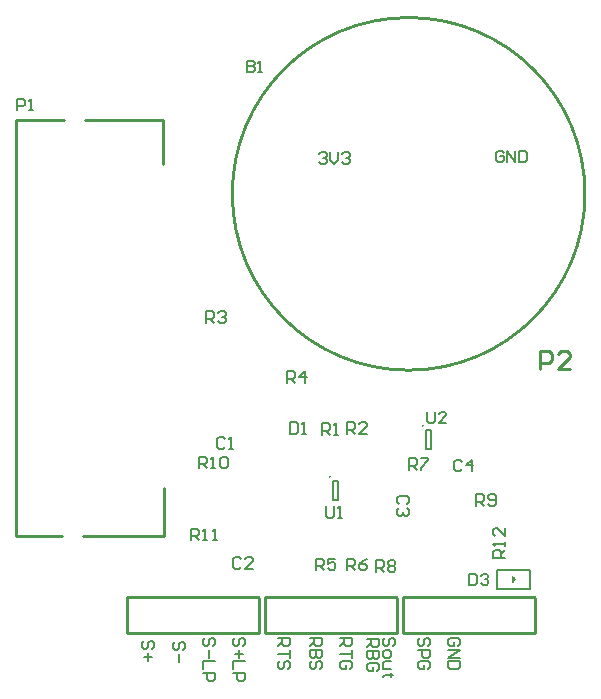
<source format=gto>
G04 Layer_Color=65535*
%FSLAX44Y44*%
%MOMM*%
G71*
G01*
G75*
%ADD30C,0.1778*%
%ADD31C,0.2540*%
%ADD32C,0.2000*%
%ADD33C,0.1000*%
D30*
X608914Y489270D02*
G03*
X608914Y489270I-254J0D01*
G01*
X530174Y446090D02*
G03*
X530174Y446090I-254J0D01*
G01*
D31*
X746043Y685800D02*
G03*
X746043Y685800I-149283J0D01*
G01*
X358520Y313680D02*
X470020D01*
Y343930D01*
X469520Y344430D02*
X470020Y343930D01*
X358520Y344430D02*
X469520D01*
X358520Y313680D02*
Y344430D01*
X475360Y313680D02*
X586860D01*
Y343930D01*
X586360Y344430D02*
X586860Y343930D01*
X475360Y344430D02*
X586360D01*
X475360Y313680D02*
Y344430D01*
X592200Y313680D02*
X703700D01*
Y343930D01*
X703200Y344430D02*
X703700Y343930D01*
X592200Y344430D02*
X703200D01*
X592200Y313680D02*
Y344430D01*
X389890Y396240D02*
Y436880D01*
X321310Y396240D02*
X389890D01*
X264160Y748030D02*
X304800D01*
X322580D02*
X388620D01*
Y711200D02*
Y748030D01*
X264160Y398780D02*
Y748030D01*
Y396240D02*
Y398780D01*
Y396240D02*
X303530D01*
X708152Y537210D02*
Y552445D01*
X715770D01*
X718309Y549906D01*
Y544827D01*
X715770Y542288D01*
X708152D01*
X733544Y537210D02*
X723387D01*
X733544Y547367D01*
Y549906D01*
X731005Y552445D01*
X725926D01*
X723387Y549906D01*
D32*
X611160Y485520D02*
X615660D01*
X611160Y469520D02*
X615660D01*
Y485520D01*
X611160Y469520D02*
Y485520D01*
X532420Y442340D02*
X536920D01*
X532420Y426340D02*
X536920D01*
Y442340D01*
X532420Y426340D02*
Y442340D01*
X671650Y351380D02*
Y367380D01*
Y351380D02*
X699650D01*
Y367380D01*
X671650D02*
X699650D01*
X412750Y392430D02*
Y402427D01*
X417748D01*
X419414Y400761D01*
Y397428D01*
X417748Y395762D01*
X412750D01*
X416082D02*
X419414Y392430D01*
X422747D02*
X426079D01*
X424413D01*
Y402427D01*
X422747Y400761D01*
X431077Y392430D02*
X434410D01*
X432744D01*
Y402427D01*
X431077Y400761D01*
X678180Y377810D02*
X668183D01*
Y382808D01*
X669849Y384474D01*
X673182D01*
X674848Y382808D01*
Y377810D01*
Y381142D02*
X678180Y384474D01*
Y387807D02*
Y391139D01*
Y389473D01*
X668183D01*
X669849Y387807D01*
X678180Y402802D02*
Y396137D01*
X671516Y402802D01*
X669849D01*
X668183Y401136D01*
Y397803D01*
X669849Y396137D01*
X647700Y364327D02*
Y354330D01*
X652698D01*
X654364Y355996D01*
Y362661D01*
X652698Y364327D01*
X647700D01*
X657697Y362661D02*
X659363Y364327D01*
X662695D01*
X664361Y362661D01*
Y360994D01*
X662695Y359328D01*
X661029D01*
X662695D01*
X664361Y357662D01*
Y355996D01*
X662695Y354330D01*
X659363D01*
X657697Y355996D01*
X264984Y756452D02*
Y766449D01*
X269982D01*
X271649Y764783D01*
Y761450D01*
X269982Y759784D01*
X264984D01*
X274981Y756452D02*
X278313D01*
X276647D01*
Y766449D01*
X274981Y764783D01*
X612140Y501487D02*
Y493156D01*
X613806Y491490D01*
X617138D01*
X618805Y493156D01*
Y501487D01*
X628801Y491490D02*
X622137D01*
X628801Y498154D01*
Y499821D01*
X627135Y501487D01*
X623803D01*
X622137Y499821D01*
X527050Y421477D02*
Y413146D01*
X528716Y411480D01*
X532048D01*
X533714Y413146D01*
Y421477D01*
X537047Y411480D02*
X540379D01*
X538713D01*
Y421477D01*
X537047Y419811D01*
X419100Y453390D02*
Y463387D01*
X424098D01*
X425765Y461721D01*
Y458388D01*
X424098Y456722D01*
X419100D01*
X422432D02*
X425765Y453390D01*
X429097D02*
X432429D01*
X430763D01*
Y463387D01*
X429097Y461721D01*
X437427D02*
X439094Y463387D01*
X442426D01*
X444092Y461721D01*
Y455056D01*
X442426Y453390D01*
X439094D01*
X437427Y455056D01*
Y461721D01*
X654050Y421640D02*
Y431637D01*
X659048D01*
X660714Y429971D01*
Y426638D01*
X659048Y424972D01*
X654050D01*
X657382D02*
X660714Y421640D01*
X664047Y423306D02*
X665713Y421640D01*
X669045D01*
X670711Y423306D01*
Y429971D01*
X669045Y431637D01*
X665713D01*
X664047Y429971D01*
Y428304D01*
X665713Y426638D01*
X670711D01*
X568960Y365760D02*
Y375757D01*
X573958D01*
X575625Y374091D01*
Y370758D01*
X573958Y369092D01*
X568960D01*
X572292D02*
X575625Y365760D01*
X578957Y374091D02*
X580623Y375757D01*
X583955D01*
X585621Y374091D01*
Y372425D01*
X583955Y370758D01*
X585621Y369092D01*
Y367426D01*
X583955Y365760D01*
X580623D01*
X578957Y367426D01*
Y369092D01*
X580623Y370758D01*
X578957Y372425D01*
Y374091D01*
X580623Y370758D02*
X583955D01*
X596900Y452120D02*
Y462117D01*
X601898D01*
X603564Y460451D01*
Y457118D01*
X601898Y455452D01*
X596900D01*
X600232D02*
X603564Y452120D01*
X606897Y462117D02*
X613561D01*
Y460451D01*
X606897Y453786D01*
Y452120D01*
X544830Y367030D02*
Y377027D01*
X549828D01*
X551494Y375361D01*
Y372028D01*
X549828Y370362D01*
X544830D01*
X548162D02*
X551494Y367030D01*
X561491Y377027D02*
X558159Y375361D01*
X554827Y372028D01*
Y368696D01*
X556493Y367030D01*
X559825D01*
X561491Y368696D01*
Y370362D01*
X559825Y372028D01*
X554827D01*
X518160Y367030D02*
Y377027D01*
X523158D01*
X524824Y375361D01*
Y372028D01*
X523158Y370362D01*
X518160D01*
X521492D02*
X524824Y367030D01*
X534821Y377027D02*
X528157D01*
Y372028D01*
X531489Y373694D01*
X533155D01*
X534821Y372028D01*
Y368696D01*
X533155Y367030D01*
X529823D01*
X528157Y368696D01*
X494030Y525780D02*
Y535777D01*
X499028D01*
X500695Y534111D01*
Y530778D01*
X499028Y529112D01*
X494030D01*
X497362D02*
X500695Y525780D01*
X509025D02*
Y535777D01*
X504027Y530778D01*
X510691D01*
X425196Y576580D02*
Y586577D01*
X430194D01*
X431861Y584911D01*
Y581578D01*
X430194Y579912D01*
X425196D01*
X428528D02*
X431861Y576580D01*
X435193Y584911D02*
X436859Y586577D01*
X440191D01*
X441857Y584911D01*
Y583245D01*
X440191Y581578D01*
X438525D01*
X440191D01*
X441857Y579912D01*
Y578246D01*
X440191Y576580D01*
X436859D01*
X435193Y578246D01*
X544830Y482600D02*
Y492597D01*
X549828D01*
X551494Y490931D01*
Y487598D01*
X549828Y485932D01*
X544830D01*
X548162D02*
X551494Y482600D01*
X561491D02*
X554827D01*
X561491Y489264D01*
Y490931D01*
X559825Y492597D01*
X556493D01*
X554827Y490931D01*
X523240Y481950D02*
Y491947D01*
X528238D01*
X529905Y490281D01*
Y486948D01*
X528238Y485282D01*
X523240D01*
X526572D02*
X529905Y481950D01*
X533237D02*
X536569D01*
X534903D01*
Y491947D01*
X533237Y490281D01*
X496570Y492597D02*
Y482600D01*
X501568D01*
X503234Y484266D01*
Y490931D01*
X501568Y492597D01*
X496570D01*
X506567Y482600D02*
X509899D01*
X508233D01*
Y492597D01*
X506567Y490931D01*
X641665Y459181D02*
X639998Y460847D01*
X636666D01*
X635000Y459181D01*
Y452516D01*
X636666Y450850D01*
X639998D01*
X641665Y452516D01*
X649995Y450850D02*
Y460847D01*
X644997Y455848D01*
X651661D01*
X595071Y423215D02*
X596737Y424882D01*
Y428214D01*
X595071Y429880D01*
X588406D01*
X586740Y428214D01*
Y424882D01*
X588406Y423215D01*
X595071Y419883D02*
X596737Y418217D01*
Y414885D01*
X595071Y413219D01*
X593405D01*
X591738Y414885D01*
Y416551D01*
Y414885D01*
X590072Y413219D01*
X588406D01*
X586740Y414885D01*
Y418217D01*
X588406Y419883D01*
X454975Y376631D02*
X453308Y378297D01*
X449976D01*
X448310Y376631D01*
Y369966D01*
X449976Y368300D01*
X453308D01*
X454975Y369966D01*
X464971Y368300D02*
X458307D01*
X464971Y374964D01*
Y376631D01*
X463305Y378297D01*
X459973D01*
X458307Y376631D01*
X441004Y478231D02*
X439338Y479897D01*
X436006D01*
X434340Y478231D01*
Y471566D01*
X436006Y469900D01*
X439338D01*
X441004Y471566D01*
X444337Y469900D02*
X447669D01*
X446003D01*
Y479897D01*
X444337Y478231D01*
X459600Y798667D02*
Y788670D01*
X464598D01*
X466264Y790336D01*
Y792002D01*
X464598Y793668D01*
X459600D01*
X464598D01*
X466264Y795334D01*
Y797001D01*
X464598Y798667D01*
X459600D01*
X469597Y788670D02*
X472929D01*
X471263D01*
Y798667D01*
X469597Y797001D01*
X583641Y303216D02*
X585307Y304882D01*
Y308214D01*
X583641Y309880D01*
X581974D01*
X580308Y308214D01*
Y304882D01*
X578642Y303216D01*
X576976D01*
X575310Y304882D01*
Y308214D01*
X576976Y309880D01*
X575310Y298217D02*
Y294885D01*
X576976Y293219D01*
X580308D01*
X581974Y294885D01*
Y298217D01*
X580308Y299883D01*
X576976D01*
X575310Y298217D01*
X581974Y289886D02*
X576976D01*
X575310Y288220D01*
Y283222D01*
X581974D01*
X583641Y278223D02*
X581974D01*
Y279890D01*
Y276557D01*
Y278223D01*
X576976D01*
X575310Y276557D01*
X612851Y303216D02*
X614517Y304882D01*
Y308214D01*
X612851Y309880D01*
X611185D01*
X609518Y308214D01*
Y304882D01*
X607852Y303216D01*
X606186D01*
X604520Y304882D01*
Y308214D01*
X606186Y309880D01*
X604520Y299883D02*
X614517D01*
Y294885D01*
X612851Y293219D01*
X609518D01*
X607852Y294885D01*
Y299883D01*
X612851Y283222D02*
X614517Y284888D01*
Y288220D01*
X612851Y289886D01*
X606186D01*
X604520Y288220D01*
Y284888D01*
X606186Y283222D01*
X609518D01*
Y286554D01*
X456641Y303216D02*
X458307Y304882D01*
Y308214D01*
X456641Y309880D01*
X454975D01*
X453308Y308214D01*
Y304882D01*
X451642Y303216D01*
X449976D01*
X448310Y304882D01*
Y308214D01*
X449976Y309880D01*
X453308Y299883D02*
Y293219D01*
X456641Y296551D02*
X449976D01*
X458307Y289886D02*
X448310D01*
Y283222D01*
Y279890D02*
X458307D01*
Y274891D01*
X456641Y273225D01*
X453308D01*
X451642Y274891D01*
Y279890D01*
X431241Y303216D02*
X432907Y304882D01*
Y308214D01*
X431241Y309880D01*
X429575D01*
X427908Y308214D01*
Y304882D01*
X426242Y303216D01*
X424576D01*
X422910Y304882D01*
Y308214D01*
X424576Y309880D01*
X427908Y299883D02*
Y293219D01*
X432907Y289886D02*
X422910D01*
Y283222D01*
Y279890D02*
X432907D01*
Y274891D01*
X431241Y273225D01*
X427908D01*
X426242Y274891D01*
Y279890D01*
X405841Y299405D02*
X407507Y301072D01*
Y304404D01*
X405841Y306070D01*
X404174D01*
X402508Y304404D01*
Y301072D01*
X400842Y299405D01*
X399176D01*
X397510Y301072D01*
Y304404D01*
X399176Y306070D01*
X402508Y296073D02*
Y289409D01*
X379171Y300676D02*
X380837Y302342D01*
Y305674D01*
X379171Y307340D01*
X377505D01*
X375838Y305674D01*
Y302342D01*
X374172Y300676D01*
X372506D01*
X370840Y302342D01*
Y305674D01*
X372506Y307340D01*
X375838Y297343D02*
Y290679D01*
X379171Y294011D02*
X372506D01*
X561340Y308610D02*
X571337D01*
Y303612D01*
X569671Y301945D01*
X566338D01*
X564672Y303612D01*
Y308610D01*
Y305278D02*
X561340Y301945D01*
X571337Y298613D02*
X561340D01*
Y293615D01*
X563006Y291949D01*
X564672D01*
X566338Y293615D01*
Y298613D01*
Y293615D01*
X568004Y291949D01*
X569671D01*
X571337Y293615D01*
Y298613D01*
X569671Y281952D02*
X571337Y283618D01*
Y286950D01*
X569671Y288616D01*
X563006D01*
X561340Y286950D01*
Y283618D01*
X563006Y281952D01*
X566338D01*
Y285284D01*
X538480Y309880D02*
X548477D01*
Y304882D01*
X546811Y303216D01*
X543478D01*
X541812Y304882D01*
Y309880D01*
Y306548D02*
X538480Y303216D01*
X548477Y299883D02*
Y293219D01*
Y296551D01*
X538480D01*
X546811Y283222D02*
X548477Y284888D01*
Y288220D01*
X546811Y289886D01*
X540146D01*
X538480Y288220D01*
Y284888D01*
X540146Y283222D01*
X543478D01*
Y286554D01*
X486410Y309880D02*
X496407D01*
Y304882D01*
X494741Y303216D01*
X491408D01*
X489742Y304882D01*
Y309880D01*
Y306548D02*
X486410Y303216D01*
X496407Y299883D02*
Y293219D01*
Y296551D01*
X486410D01*
X494741Y283222D02*
X496407Y284888D01*
Y288220D01*
X494741Y289886D01*
X493074D01*
X491408Y288220D01*
Y284888D01*
X489742Y283222D01*
X488076D01*
X486410Y284888D01*
Y288220D01*
X488076Y289886D01*
X513080Y309880D02*
X523077D01*
Y304882D01*
X521411Y303216D01*
X518078D01*
X516412Y304882D01*
Y309880D01*
Y306548D02*
X513080Y303216D01*
X523077Y299883D02*
X513080D01*
Y294885D01*
X514746Y293219D01*
X516412D01*
X518078Y294885D01*
Y299883D01*
Y294885D01*
X519744Y293219D01*
X521411D01*
X523077Y294885D01*
Y299883D01*
X521411Y283222D02*
X523077Y284888D01*
Y288220D01*
X521411Y289886D01*
X519744D01*
X518078Y288220D01*
Y284888D01*
X516412Y283222D01*
X514746D01*
X513080Y284888D01*
Y288220D01*
X514746Y289886D01*
X638251Y303216D02*
X639917Y304882D01*
Y308214D01*
X638251Y309880D01*
X631586D01*
X629920Y308214D01*
Y304882D01*
X631586Y303216D01*
X634918D01*
Y306548D01*
X629920Y299883D02*
X639917D01*
X629920Y293219D01*
X639917D01*
Y289886D02*
X629920D01*
Y284888D01*
X631586Y283222D01*
X638251D01*
X639917Y284888D01*
Y289886D01*
X520560Y719531D02*
X522226Y721197D01*
X525558D01*
X527225Y719531D01*
Y717865D01*
X525558Y716198D01*
X523892D01*
X525558D01*
X527225Y714532D01*
Y712866D01*
X525558Y711200D01*
X522226D01*
X520560Y712866D01*
X530557Y721197D02*
Y714532D01*
X533889Y711200D01*
X537221Y714532D01*
Y721197D01*
X540554Y719531D02*
X542220Y721197D01*
X545552D01*
X547218Y719531D01*
Y717865D01*
X545552Y716198D01*
X543886D01*
X545552D01*
X547218Y714532D01*
Y712866D01*
X545552Y711200D01*
X542220D01*
X540554Y712866D01*
X677085Y720801D02*
X675418Y722467D01*
X672086D01*
X670420Y720801D01*
Y714136D01*
X672086Y712470D01*
X675418D01*
X677085Y714136D01*
Y717468D01*
X673752D01*
X680417Y712470D02*
Y722467D01*
X687081Y712470D01*
Y722467D01*
X690414D02*
Y712470D01*
X695412D01*
X697078Y714136D01*
Y720801D01*
X695412Y722467D01*
X690414D01*
D33*
X684275Y358255D02*
X685025Y357505D01*
X684275Y358255D02*
Y360568D01*
X684837Y361130D01*
X685650D01*
X685088Y360568D02*
X685650Y361130D01*
X684275Y360568D02*
X685088D01*
X684275D02*
X686025Y358817D01*
Y358505D02*
Y358817D01*
X685869Y358661D02*
X686025Y358505D01*
X684275Y358661D02*
X685869D01*
X684275D02*
X685650Y360036D01*
Y361130D01*
X686025Y360755D01*
Y358505D02*
Y360755D01*
X684275Y360255D02*
X686025Y358505D01*
X684275Y360255D02*
Y362505D01*
X687025Y359755D01*
Y359505D02*
Y359755D01*
X684275Y356755D02*
X687025Y359505D01*
X684275Y356755D02*
Y360568D01*
Y362505D01*
M02*

</source>
